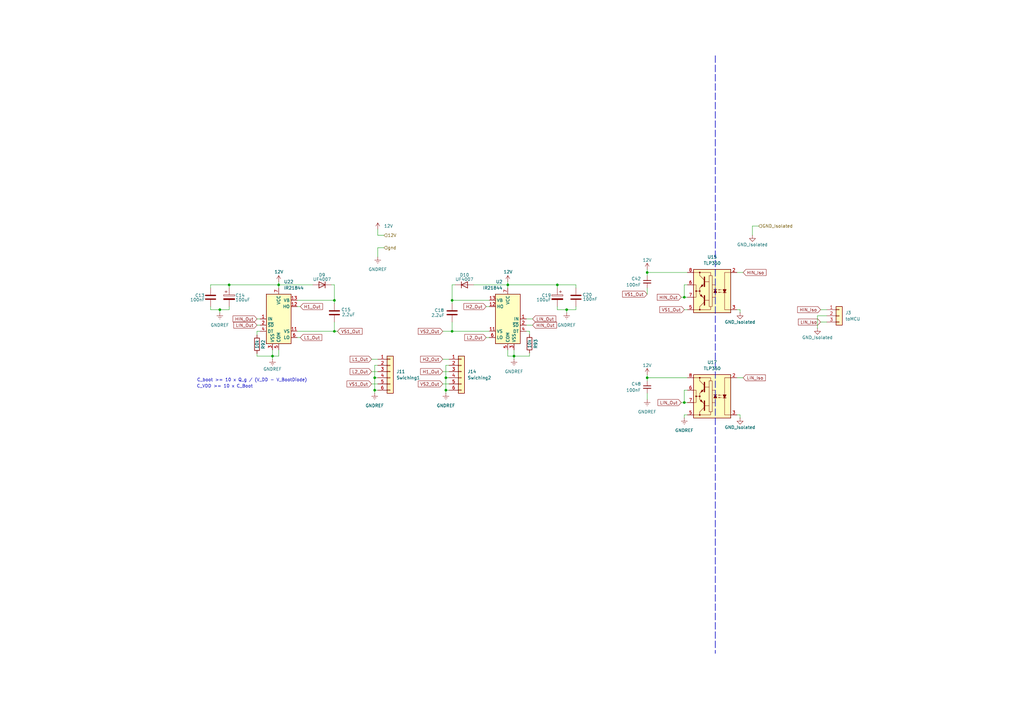
<source format=kicad_sch>
(kicad_sch (version 20250114) (generator "eeschema") (generator_version "9.0")
  (paper "A3")
  (lib_symbols
    (symbol "Connector_Generic:Conn_01x03" (pin_names (offset 1.016) (hide yes))
      (property "Reference" "J" (at 0 5.08 0))
      (property "Value" "Conn_01x03" (at 0 -5.08 0))
      (symbol "Conn_01x03_1_1"
        (rectangle (start -1.27 3.81) (end 1.27 -3.81) (stroke (width 0.254)) (fill (type background)))
        (rectangle (start -1.27 2.667) (end 0 2.413) (stroke (width 0.1524)))
        (rectangle (start -1.27 0.127) (end 0 -0.127) (stroke (width 0.1524)))
        (rectangle (start -1.27 -2.413) (end 0 -2.667) (stroke (width 0.1524)))
        (pin passive line (at -5.08 2.54 0) (length 3.81) (name "Pin_1") (number "1"))
        (pin passive line (at -5.08 0 0) (length 3.81) (name "Pin_2") (number "2"))
        (pin passive line (at -5.08 -2.54 0) (length 3.81) (name "Pin_3") (number "3"))
      )
    )
    (symbol "Connector_Generic:Conn_01x06" (pin_names (offset 1.016) (hide yes))
      (property "Reference" "J" (at 0 7.62 0))
      (property "Value" "Conn_01x06" (at 0 -10.16 0))
      (symbol "Conn_01x06_1_1"
        (rectangle (start -1.27 6.35) (end 1.27 -8.89) (stroke (width 0.254)) (fill (type background)))
        (rectangle (start -1.27 5.207) (end 0 4.953) (stroke (width 0.1524)))
        (rectangle (start -1.27 2.667) (end 0 2.413) (stroke (width 0.1524)))
        (rectangle (start -1.27 0.127) (end 0 -0.127) (stroke (width 0.1524)))
        (rectangle (start -1.27 -2.413) (end 0 -2.667) (stroke (width 0.1524)))
        (rectangle (start -1.27 -4.953) (end 0 -5.207) (stroke (width 0.1524)))
        (rectangle (start -1.27 -7.493) (end 0 -7.747) (stroke (width 0.1524)))
        (pin passive line (at -5.08 5.08 0) (length 3.81) (name "Pin_1") (number "1"))
        (pin passive line (at -5.08 2.54 0) (length 3.81) (name "Pin_2") (number "2"))
        (pin passive line (at -5.08 0 0) (length 3.81) (name "Pin_3") (number "3"))
        (pin passive line (at -5.08 -2.54 0) (length 3.81) (name "Pin_4") (number "4"))
        (pin passive line (at -5.08 -5.08 0) (length 3.81) (name "Pin_5") (number "5"))
        (pin passive line (at -5.08 -7.62 0) (length 3.81) (name "Pin_6") (number "6"))
      )
    )
    (symbol "Device:C" (pin_numbers (hide yes)) (pin_names (offset 0.254))
      (property "Reference" "C" (at 0.635 2.54 0))
      (property "Value" "C" (at 0.635 -2.54 0))
      (symbol "C_0_1"
        (polyline (pts (xy -2.032 0.762) (xy 2.032 0.762)) (stroke (width 0.508)))
        (polyline (pts (xy -2.032 -0.762) (xy 2.032 -0.762)) (stroke (width 0.508)))
      )
      (symbol "C_1_1"
        (pin passive line (at 0 3.81 270) (length 2.794) (name "~") (number "1"))
        (pin passive line (at 0 -3.81 90) (length 2.794) (name "~") (number "2"))
      )
    )
    (symbol "Device:C_Polarized" (pin_numbers (hide yes)) (pin_names (offset 0.254))
      (property "Reference" "C" (at 0.635 2.54 0))
      (property "Value" "C_Polarized" (at 0.635 -2.54 0))
      (symbol "C_Polarized_0_1"
        (rectangle (start -2.286 0.508) (end 2.286 1.016))
        (polyline (pts (xy -1.778 2.286) (xy -0.762 2.286)))
        (polyline (pts (xy -1.27 2.794) (xy -1.27 1.778)))
        (rectangle (start 2.286 -0.508) (end -2.286 -1.016) (fill (type outline)))
      )
      (symbol "C_Polarized_1_1"
        (pin passive line (at 0 3.81 270) (length 2.794) (name "~") (number "1"))
        (pin passive line (at 0 -3.81 90) (length 2.794) (name "~") (number "2"))
      )
    )
    (symbol "Device:C_Small" (pin_numbers (hide yes)) (pin_names (offset 0.254) (hide yes))
      (property "Reference" "C" (at 0.254 1.778 0))
      (property "Value" "C_Small" (at 0.254 -2.032 0))
      (symbol "C_Small_0_1"
        (polyline (pts (xy -1.524 0.508) (xy 1.524 0.508)) (stroke (width 0.3048)))
        (polyline (pts (xy -1.524 -0.508) (xy 1.524 -0.508)) (stroke (width 0.3302)))
      )
      (symbol "C_Small_1_1"
        (pin passive line (at 0 2.54 270) (length 2.032) (name "~") (number "1"))
        (pin passive line (at 0 -2.54 90) (length 2.032) (name "~") (number "2"))
      )
    )
    (symbol "Device:D" (pin_numbers (hide yes)) (pin_names (offset 1.016) (hide yes))
      (property "Reference" "D" (at 0 2.54 0))
      (property "Value" "D" (at 0 -2.54 0))
      (symbol "D_0_1"
        (polyline (pts (xy -1.27 1.27) (xy -1.27 -1.27)) (stroke (width 0.254)))
        (polyline (pts (xy 1.27 1.27) (xy 1.27 -1.27) (xy -1.27 0) (xy 1.27 1.27)) (stroke (width 0.254)))
        (polyline (pts (xy 1.27 0) (xy -1.27 0)))
      )
      (symbol "D_1_1"
        (pin passive line (at -3.81 0 0) (length 2.54) (name "K") (number "1"))
        (pin passive line (at 3.81 0 180) (length 2.54) (name "A") (number "2"))
      )
    )
    (symbol "Device:R" (pin_numbers (hide yes)) (pin_names (offset 0))
      (property "Reference" "R" (at 2.032 0 90))
      (property "Value" "R" (at 0 0 90))
      (symbol "R_0_1"
        (rectangle (start -1.016 -2.54) (end 1.016 2.54) (stroke (width 0.254)))
      )
      (symbol "R_1_1"
        (pin passive line (at 0 3.81 270) (length 1.27) (name "~") (number "1"))
        (pin passive line (at 0 -3.81 90) (length 1.27) (name "~") (number "2"))
      )
    )
    (symbol "Driver_FET:IR21844"
      (property "Reference" "U" (at 1.27 13.97 0))
      (property "Value" "IR21844" (at 1.27 11.43 0))
      (symbol "IR21844_0_1"
        (rectangle (start -5.08 -10.16) (end 5.08 10.16) (stroke (width 0.254)) (fill (type background)))
      )
      (symbol "IR21844_1_1"
        (pin input line (at -7.62 0 0) (length 2.54) (name "IN") (number "1"))
        (pin input line (at -7.62 -2.54 0) (length 2.54) (name "~{SD}") (number "2"))
        (pin input line (at -7.62 -5.08 0) (length 2.54) (name "DT") (number "4"))
        (pin no_connect line (at -5.08 7.62 0) (length 2.54) (hide yes) (name "NC") (number "8"))
        (pin no_connect line (at -5.08 5.08 0) (length 2.54) (hide yes) (name "NC") (number "9"))
        (pin no_connect line (at -5.08 2.54 0) (length 2.54) (hide yes) (name "NC") (number "10"))
        (pin power_in line (at -2.54 -12.7 90) (length 2.54) (name "VSS") (number "3"))
        (pin power_in line (at 0 12.7 270) (length 2.54) (name "VCC") (number "7"))
        (pin power_in line (at 0 -12.7 90) (length 2.54) (name "COM") (number "5"))
        (pin no_connect line (at 5.08 2.54 180) (length 2.54) (hide yes) (name "NC") (number "14"))
        (pin passive line (at 7.62 7.62 180) (length 2.54) (name "VB") (number "13"))
        (pin output line (at 7.62 5.08 180) (length 2.54) (name "HO") (number "12"))
        (pin passive line (at 7.62 -5.08 180) (length 2.54) (name "VS") (number "11"))
        (pin output line (at 7.62 -7.62 180) (length 2.54) (name "LO") (number "6"))
      )
    )
    (symbol "Driver_FET:TLP250" (pin_names (hide yes))
      (property "Reference" "U" (at 0 12.7 0))
      (property "Value" "TLP250" (at 0 10.16 0))
      (symbol "TLP250_0_1"
        (rectangle (start -7.62 8.89) (end 7.62 -8.89) (stroke (width 0.254)) (fill (type background)))
        (polyline (pts (xy -7.62 7.62) (xy -5.08 7.62) (xy -5.08 -7.62) (xy -7.62 -7.62)))
        (polyline (pts (xy -5.715 -0.635) (xy -4.445 -0.635)) (stroke (width 0.254)))
        (polyline (pts (xy -5.08 -0.635) (xy -5.715 0.635) (xy -4.445 0.635) (xy -5.08 -0.635)) (stroke (width 0.254)) (fill (type outline)))
        (polyline (pts (xy -3.81 0.508) (xy -2.54 0.508) (xy -2.921 0.381) (xy -2.921 0.635) (xy -2.54 0.508)))
        (polyline (pts (xy -3.81 -0.508) (xy -2.54 -0.508) (xy -2.921 -0.635) (xy -2.921 -0.381) (xy -2.54 -0.508)))
        (polyline (pts (xy -1.27 0.635) (xy -1.27 2.54) (xy 0 2.54)))
        (polyline (pts (xy -1.27 0.635) (xy -0.635 -0.635) (xy -1.905 -0.635) (xy -1.27 0.635)) (stroke (width 0.254)) (fill (type outline)))
        (polyline (pts (xy -1.27 -0.635) (xy -1.27 -2.54) (xy 0 -2.54)))
        (polyline (pts (xy -0.635 0.635) (xy -1.905 0.635)) (stroke (width 0.254)))
        (rectangle (start 0.635 6.35) (end 0.635 7.62))
        (rectangle (start 0.635 6.35) (end 0.635 6.35))
        (polyline (pts (xy 0.635 -6.35) (xy 0.635 -7.62) (xy 7.62 -7.62)))
        (polyline (pts (xy 1.27 6.35) (xy 1.27 -6.35) (xy 0 -6.35) (xy 0 6.35) (xy 1.27 6.35)))
        (polyline (pts (xy 3.048 3.81) (xy 1.27 3.81)))
        (polyline (pts (xy 3.048 -3.81) (xy 1.27 -3.81)))
        (polyline (pts (xy 3.175 5.715) (xy 3.175 1.905) (xy 3.175 1.905)) (stroke (width 0.508)))
        (polyline (pts (xy 3.175 4.445) (xy 5.08 6.35)))
        (polyline (pts (xy 3.175 -4.445) (xy 5.08 -6.35)))
        (polyline (pts (xy 3.175 -5.715) (xy 3.175 -1.905) (xy 3.175 -1.905)) (stroke (width 0.508)))
        (polyline (pts (xy 3.683 2.159) (xy 4.191 2.667) (xy 4.699 1.651) (xy 3.683 2.159) (xy 3.683 2.159)) (fill (type outline)))
        (polyline (pts (xy 4.953 -1.905) (xy 4.445 -1.397) (xy 3.937 -2.413) (xy 4.953 -1.905) (xy 4.953 -1.905)) (fill (type outline)))
        (circle (center 5.08 7.62) (radius 0.254) (fill (type outline)))
        (polyline (pts (xy 5.08 6.35) (xy 5.08 7.62)))
        (polyline (pts (xy 5.08 1.27) (xy 3.175 3.175)) (fill (type outline)))
        (rectangle (start 5.08 1.27) (end 5.08 -1.27))
        (polyline (pts (xy 5.08 0) (xy 6.604 0)))
        (circle (center 5.08 0) (radius 0.254) (fill (type outline)))
        (polyline (pts (xy 5.08 -1.27) (xy 3.175 -3.175)) (fill (type outline)))
        (polyline (pts (xy 5.08 -6.35) (xy 5.08 -7.62)))
        (circle (center 5.08 -7.62) (radius 0.254) (fill (type outline)))
        (circle (center 6.604 0) (radius 0.254) (fill (type outline)))
        (polyline (pts (xy 7.62 7.62) (xy 0.635 7.62)))
        (polyline (pts (xy 7.62 2.54) (xy 6.604 2.54) (xy 6.604 -2.54) (xy 7.62 -2.54)))
      )
      (symbol "TLP250_1_1"
        (pin passive line (at -10.16 7.62 0) (length 2.54) (name "A") (number "2"))
        (pin passive line (at -10.16 -7.62 0) (length 2.54) (name "C") (number "3"))
        (pin no_connect line (at -7.62 2.54 0) (length 2.54) (hide yes) (name "NC") (number "1"))
        (pin no_connect line (at -7.62 -2.54 0) (length 2.54) (hide yes) (name "NC") (number "4"))
        (pin power_in line (at 10.16 7.62 180) (length 2.54) (name "VCC") (number "8"))
        (pin output line (at 10.16 2.54 180) (length 2.54) (name "VO") (number "6"))
        (pin output line (at 10.16 -2.54 180) (length 2.54) (name "VO") (number "7"))
        (pin power_in line (at 10.16 -7.62 180) (length 2.54) (name "VEE") (number "5"))
      )
    )
    (symbol "power:+12V" (power) (pin_numbers (hide yes)) (pin_names (offset 0) (hide yes))
      (property "Value" "+12V" (at 0 3.556 0))
      (symbol "+12V_0_1"
        (polyline (pts (xy -0.762 1.27) (xy 0 2.54)))
        (polyline (pts (xy 0 2.54) (xy 0.762 1.27)))
        (polyline (pts (xy 0 0) (xy 0 2.54)))
      )
      (symbol "+12V_1_1"
        (pin power_in line (at 0 0 90) (length 0) (name "~") (number "1"))
      )
    )
    (symbol "power:+48V" (power) (pin_numbers (hide yes)) (pin_names (offset 0) (hide yes))
      (property "Value" "+48V" (at 0 3.556 0))
      (symbol "+48V_0_1"
        (polyline (pts (xy -0.762 1.27) (xy 0 2.54)))
        (polyline (pts (xy 0 2.54) (xy 0.762 1.27)))
        (polyline (pts (xy 0 0) (xy 0 2.54)))
      )
      (symbol "+48V_1_1"
        (pin power_in line (at 0 0 90) (length 0) (name "~") (number "1"))
      )
    )
    (symbol "power:GND" (power) (pin_numbers (hide yes)) (pin_names (offset 0) (hide yes))
      (property "Value" "GND" (at 0 -3.81 0))
      (symbol "GND_0_1"
        (polyline (pts (xy 0 0) (xy 0 -1.27) (xy 1.27 -1.27) (xy 0 -2.54) (xy -1.27 -1.27) (xy 0 -1.27)))
      )
      (symbol "GND_1_1"
        (pin power_in line (at 0 0 270) (length 0) (name "~") (number "1"))
      )
    )
    (symbol "power:GNDREF" (power) (pin_numbers (hide yes)) (pin_names (offset 0) (hide yes))
      (property "Value" "GNDREF" (at 0 -3.81 0))
      (symbol "GNDREF_0_1"
        (polyline (pts (xy -0.635 -1.905) (xy 0.635 -1.905)))
        (polyline (pts (xy -0.127 -2.54) (xy 0.127 -2.54)))
        (polyline (pts (xy 0 -1.27) (xy 0 0)))
        (polyline (pts (xy 1.27 -1.27) (xy -1.27 -1.27)))
      )
      (symbol "GNDREF_1_1"
        (pin power_in line (at 0 0 270) (length 0) (name "~") (number "1"))
      )
    )
  )
  (text "C_VDD >= 10 x C_Boot" (at 92.202 158.496 0) (effects (font (size 1.27 1.27) (thickness 0.1588))))
  (text "C_boot >= 10 x Q_g / (V_DD - V_BootDiode)" (at 103.378 155.956 0) (effects (font (size 1.27 1.27) (thickness 0.1588))))
  (junction (at 228.6 116.84))
  (junction (at 185.42 135.89))
  (junction (at 137.16 135.89))
  (junction (at 182.88 160.02))
  (junction (at 280.67 165.1))
  (junction (at 153.67 154.94))
  (junction (at 182.88 154.94))
  (junction (at 90.17 127))
  (junction (at 137.16 123.19))
  (junction (at 265.43 111.76))
  (junction (at 280.67 121.92))
  (junction (at 185.42 123.19))
  (junction (at 111.76 146.05))
  (junction (at 114.3 116.84))
  (junction (at 208.28 116.84))
  (junction (at 93.98 116.84))
  (junction (at 265.43 154.94))
  (junction (at 210.82 146.05))
  (junction (at 153.67 160.02))
  (junction (at 232.41 127))
  (wire (pts (xy 152.4 147.32) (xy 154.94 147.32)))
  (wire (pts (xy 311.15 92.71) (xy 308.61 92.71)))
  (wire (pts (xy 86.36 116.84) (xy 86.36 118.11)))
  (wire (pts (xy 218.44 133.35) (xy 215.9 133.35)))
  (wire (pts (xy 208.28 116.84) (xy 208.28 118.11)))
  (wire (pts (xy 280.67 160.02) (xy 280.67 165.1)))
  (wire (pts (xy 114.3 115.57) (xy 114.3 116.84)))
  (wire (pts (xy 93.98 116.84) (xy 114.3 116.84)))
  (wire (pts (xy 154.94 96.52) (xy 157.48 96.52)))
  (wire (pts (xy 280.67 170.18) (xy 280.67 171.45)))
  (wire (pts (xy 194.31 116.84) (xy 208.28 116.84)))
  (wire (pts (xy 182.88 161.29) (xy 182.88 160.02)))
  (wire (pts (xy 303.53 127) (xy 303.53 128.27)))
  (wire (pts (xy 137.16 123.19) (xy 137.16 116.84)))
  (wire (pts (xy 153.67 154.94) (xy 154.94 154.94)))
  (wire (pts (xy 265.43 118.11) (xy 265.43 120.65)))
  (wire (pts (xy 210.82 146.05) (xy 210.82 147.32)))
  (wire (pts (xy 280.67 116.84) (xy 280.67 121.92)))
  (wire (pts (xy 339.09 127) (xy 336.55 127)))
  (wire (pts (xy 182.88 154.94) (xy 182.88 149.86)))
  (wire (pts (xy 281.94 121.92) (xy 280.67 121.92)))
  (wire (pts (xy 182.88 149.86) (xy 184.15 149.86)))
  (wire (pts (xy 114.3 116.84) (xy 114.3 118.11)))
  (wire (pts (xy 339.09 132.08) (xy 336.55 132.08)))
  (wire (pts (xy 208.28 116.84) (xy 228.6 116.84)))
  (wire (pts (xy 114.3 146.05) (xy 111.76 146.05)))
  (wire (pts (xy 199.39 125.73) (xy 200.66 125.73)))
  (wire (pts (xy 105.41 146.05) (xy 111.76 146.05)))
  (wire (pts (xy 86.36 125.73) (xy 86.36 127)))
  (wire (pts (xy 137.16 123.19) (xy 137.16 124.46)))
  (wire (pts (xy 265.43 113.03) (xy 265.43 111.76)))
  (wire (pts (xy 105.41 135.89) (xy 105.41 137.395)))
  (wire (pts (xy 86.36 116.84) (xy 93.98 116.84)))
  (wire (pts (xy 93.98 116.84) (xy 93.98 118.11)))
  (wire (pts (xy 265.43 153.67) (xy 265.43 154.94)))
  (wire (pts (xy 308.61 92.71) (xy 308.61 96.52)))
  (wire (pts (xy 236.22 125.73) (xy 236.22 127)))
  (wire (pts (xy 217.17 144.78) (xy 217.17 146.05)))
  (wire (pts (xy 181.61 157.48) (xy 184.15 157.48)))
  (wire (pts (xy 265.43 110.49) (xy 265.43 111.76)))
  (wire (pts (xy 153.67 160.02) (xy 153.67 154.94)))
  (wire (pts (xy 210.82 146.05) (xy 210.82 143.51)))
  (wire (pts (xy 181.61 135.89) (xy 185.42 135.89)))
  (wire (pts (xy 111.76 146.05) (xy 111.76 143.51)))
  (wire (pts (xy 106.68 135.89) (xy 105.41 135.89)))
  (wire (pts (xy 236.22 127) (xy 232.41 127)))
  (wire (pts (xy 339.09 129.54) (xy 335.28 129.54)))
  (wire (pts (xy 123.19 138.43) (xy 121.92 138.43)))
  (wire (pts (xy 181.61 147.32) (xy 184.15 147.32)))
  (wire (pts (xy 111.76 146.05) (xy 111.76 147.32)))
  (wire (pts (xy 232.41 127) (xy 232.41 128.27)))
  (wire (pts (xy 185.42 116.84) (xy 185.42 123.19)))
  (wire (pts (xy 105.41 130.81) (xy 106.68 130.81)))
  (wire (pts (xy 217.17 135.89) (xy 217.17 137.16)))
  (wire (pts (xy 135.89 116.84) (xy 137.16 116.84)))
  (wire (pts (xy 335.28 129.54) (xy 335.28 134.62)))
  (wire (pts (xy 265.43 161.29) (xy 265.43 163.83)))
  (wire (pts (xy 114.3 116.84) (xy 128.27 116.84)))
  (wire (pts (xy 154.94 105.41) (xy 154.94 101.6)))
  (wire (pts (xy 218.44 130.81) (xy 215.9 130.81)))
  (wire (pts (xy 153.67 160.02) (xy 154.94 160.02)))
  (wire (pts (xy 303.53 127) (xy 302.26 127)))
  (wire (pts (xy 280.67 165.1) (xy 279.4 165.1)))
  (wire (pts (xy 114.3 143.51) (xy 114.3 146.05)))
  (wire (pts (xy 105.41 145.015) (xy 105.41 146.05)))
  (wire (pts (xy 182.88 160.02) (xy 184.15 160.02)))
  (wire (pts (xy 93.98 127) (xy 90.17 127)))
  (wire (pts (xy 90.17 128.27) (xy 90.17 127)))
  (wire (pts (xy 281.94 160.02) (xy 280.67 160.02)))
  (wire (pts (xy 208.28 143.51) (xy 208.28 146.05)))
  (wire (pts (xy 265.43 154.94) (xy 281.94 154.94)))
  (wire (pts (xy 217.17 146.05) (xy 210.82 146.05)))
  (wire (pts (xy 265.43 156.21) (xy 265.43 154.94)))
  (wire (pts (xy 281.94 165.1) (xy 280.67 165.1)))
  (wire (pts (xy 121.92 123.19) (xy 137.16 123.19)))
  (wire (pts (xy 228.6 118.11) (xy 228.6 116.84)))
  (wire (pts (xy 199.39 138.43) (xy 200.66 138.43)))
  (wire (pts (xy 185.42 135.89) (xy 200.66 135.89)))
  (wire (pts (xy 93.98 125.73) (xy 93.98 127)))
  (wire (pts (xy 185.42 132.08) (xy 185.42 135.89)))
  (polyline (pts (xy 293.37 22.86) (xy 293.37 267.97)) (stroke (width 0.254) (type dash)))
  (wire (pts (xy 121.92 125.73) (xy 123.19 125.73)))
  (wire (pts (xy 181.61 152.4) (xy 184.15 152.4)))
  (wire (pts (xy 182.88 160.02) (xy 182.88 154.94)))
  (wire (pts (xy 105.41 133.35) (xy 106.68 133.35)))
  (wire (pts (xy 303.53 170.18) (xy 303.53 171.45)))
  (wire (pts (xy 185.42 123.19) (xy 200.66 123.19)))
  (wire (pts (xy 152.4 157.48) (xy 154.94 157.48)))
  (wire (pts (xy 153.67 149.86) (xy 154.94 149.86)))
  (wire (pts (xy 281.94 116.84) (xy 280.67 116.84)))
  (wire (pts (xy 153.67 161.29) (xy 153.67 160.02)))
  (wire (pts (xy 154.94 101.6) (xy 157.48 101.6)))
  (wire (pts (xy 152.4 152.4) (xy 154.94 152.4)))
  (wire (pts (xy 208.28 146.05) (xy 210.82 146.05)))
  (wire (pts (xy 153.67 154.94) (xy 153.67 149.86)))
  (wire (pts (xy 185.42 123.19) (xy 185.42 124.46)))
  (wire (pts (xy 208.28 115.57) (xy 208.28 116.84)))
  (wire (pts (xy 236.22 116.84) (xy 236.22 118.11)))
  (wire (pts (xy 265.43 111.76) (xy 281.94 111.76)))
  (wire (pts (xy 86.36 127) (xy 90.17 127)))
  (wire (pts (xy 154.94 93.98) (xy 154.94 96.52)))
  (wire (pts (xy 137.16 135.89) (xy 138.43 135.89)))
  (wire (pts (xy 280.67 121.92) (xy 279.4 121.92)))
  (wire (pts (xy 303.53 170.18) (xy 302.26 170.18)))
  (wire (pts (xy 215.9 135.89) (xy 217.17 135.89)))
  (wire (pts (xy 228.6 125.73) (xy 228.6 127)))
  (wire (pts (xy 228.6 127) (xy 232.41 127)))
  (wire (pts (xy 304.8 111.76) (xy 302.26 111.76)))
  (wire (pts (xy 304.8 154.94) (xy 302.26 154.94)))
  (wire (pts (xy 228.6 116.84) (xy 236.22 116.84)))
  (wire (pts (xy 182.88 154.94) (xy 184.15 154.94)))
  (wire (pts (xy 281.94 170.18) (xy 280.67 170.18)))
  (wire (pts (xy 137.16 132.08) (xy 137.16 135.89)))
  (wire (pts (xy 121.92 135.89) (xy 137.16 135.89)))
  (wire (pts (xy 186.69 116.84) (xy 185.42 116.84)))
  (wire (pts (xy 281.94 127) (xy 280.67 127)))
  (global_label "L2_Out" (shape input) (at 152.4 152.4 180) (property "Intersheetrefs" "${INTERSHEET_REFS}" (effects (hide yes))))
  (global_label "VS1_Out" (shape input) (at 138.43 135.89 0) (property "Intersheetrefs" "${INTERSHEET_REFS}" (effects (hide yes))))
  (global_label "VS2_Out" (shape input) (at 181.61 135.89 180) (property "Intersheetrefs" "${INTERSHEET_REFS}" (effects (hide yes))))
  (global_label "HIN_Iso" (shape input) (at 304.8 111.76 0) (property "Intersheetrefs" "${INTERSHEET_REFS}" (effects (hide yes))))
  (global_label "HIN_Out" (shape input) (at 218.44 133.35 0) (property "Intersheetrefs" "${INTERSHEET_REFS}" (effects (hide yes))))
  (global_label "VS2_Out" (shape input) (at 181.61 157.48 180) (property "Intersheetrefs" "${INTERSHEET_REFS}" (effects (hide yes))))
  (global_label "L2_Out" (shape input) (at 199.39 138.43 180) (property "Intersheetrefs" "${INTERSHEET_REFS}" (effects (hide yes))))
  (global_label "LIN_Iso" (shape input) (at 336.55 132.08 180) (property "Intersheetrefs" "${INTERSHEET_REFS}" (effects (hide yes))))
  (global_label "LIN_Out" (shape input) (at 105.41 133.35 180) (property "Intersheetrefs" "${INTERSHEET_REFS}" (effects (hide yes))))
  (global_label "H1_Out" (shape input) (at 123.19 125.73 0) (property "Intersheetrefs" "${INTERSHEET_REFS}" (effects (hide yes))))
  (global_label "LIN_Iso" (shape input) (at 304.8 154.94 0) (property "Intersheetrefs" "${INTERSHEET_REFS}" (effects (hide yes))))
  (global_label "L1_Out" (shape input) (at 152.4 147.32 180) (property "Intersheetrefs" "${INTERSHEET_REFS}" (effects (hide yes))))
  (global_label "L1_Out" (shape input) (at 123.19 138.43 0) (property "Intersheetrefs" "${INTERSHEET_REFS}" (effects (hide yes))))
  (global_label "H2_Out" (shape input) (at 181.61 147.32 180) (property "Intersheetrefs" "${INTERSHEET_REFS}" (effects (hide yes))))
  (global_label "LIN_Out" (shape input) (at 218.44 130.81 0) (property "Intersheetrefs" "${INTERSHEET_REFS}" (effects (hide yes))))
  (global_label "HIN_Iso" (shape input) (at 336.55 127 180) (property "Intersheetrefs" "${INTERSHEET_REFS}" (effects (hide yes))))
  (global_label "H1_Out" (shape input) (at 181.61 152.4 180) (property "Intersheetrefs" "${INTERSHEET_REFS}" (effects (hide yes))))
  (global_label "VS1_Out" (shape input) (at 152.4 157.48 180) (property "Intersheetrefs" "${INTERSHEET_REFS}" (effects (hide yes))))
  (global_label "HIN_Out" (shape input) (at 105.41 130.81 180) (property "Intersheetrefs" "${INTERSHEET_REFS}" (effects (hide yes))))
  (global_label "VS1_Out" (shape input) (at 280.67 127 180) (property "Intersheetrefs" "${INTERSHEET_REFS}" (effects (hide yes))))
  (global_label "LIN_Out" (shape input) (at 279.4 165.1 180) (property "Intersheetrefs" "${INTERSHEET_REFS}" (effects (hide yes))))
  (global_label "VS1_Out" (shape input) (at 265.43 120.65 180) (property "Intersheetrefs" "${INTERSHEET_REFS}" (effects (hide yes))))
  (global_label "HIN_Out" (shape input) (at 279.4 121.92 180) (property "Intersheetrefs" "${INTERSHEET_REFS}" (effects (hide yes))))
  (global_label "H2_Out" (shape input) (at 199.39 125.73 180) (property "Intersheetrefs" "${INTERSHEET_REFS}" (effects (hide yes))))
  (hierarchical_label "12V" (shape input) (at 157.48 96.52 0))
  (hierarchical_label "GND_Isolated" (shape input) (at 311.15 92.71 0))
  (hierarchical_label "gnd" (shape input) (at 157.48 101.6 0))
  (symbol (lib_id "power:GNDREF") (at 182.88 161.29 0) (unit 1)
    (property "Reference" "#PWR030" (effects (hide yes)))
    (property "Value" "GNDREF" (at 182.88 166.37 0))
    (property "Description" "Power symbol creates a global label with name \"GNDREF\" , reference supply ground" (effects (hide yes)))
  )
  (symbol (lib_id "power:GND") (at 335.28 134.62 0) (mirror y) (unit 1)
    (property "Reference" "#PWR0151" (effects (hide yes)))
    (property "Value" "GND_Isolated" (at 335.28 138.43 0))
    (property "Description" "Power symbol creates a global label with name \"GND\" , ground" (effects (hide yes)))
  )
  (symbol (lib_id "Driver_FET:TLP250") (at 292.1 162.56 0) (mirror y) (unit 1)
    (property "Reference" "U17" (at 292.1 148.59 0))
    (property "Value" "TLP350" (at 292.1 151.13 0))
    (property "Footprint" "Package_SO:SOP-8_3.76x4.96mm_P1.27mm" (effects (hide yes)))
    (property "Datasheet" "http://toshiba.semicon-storage.com/info/docget.jsp?did=16821&prodName=TLP250" (effects (hide yes)))
    (property "Description" "Gate Drive Optocoupler, Output Current 1.5/1.5A, DIP-8" (effects (hide yes)))
  )
  (symbol (lib_id "Device:C") (at 137.16 128.27 0) (unit 1)
    (property "Reference" "C15" (at 139.954 127 0) (effects (justify left)))
    (property "Value" "2.2uF" (at 140.208 129.032 0) (effects (justify left)))
    (property "Footprint" "Capacitor_SMD:C_1206_3216Metric" (effects (hide yes)))
    (property "Description" "Unpolarized capacitor" (effects (hide yes)))
  )
  (symbol (lib_id "power:GNDREF") (at 280.67 171.45 0) (mirror y) (unit 1)
    (property "Reference" "#PWR016" (effects (hide yes)))
    (property "Value" "GNDREF" (at 280.67 176.53 0))
    (property "Description" "Power symbol creates a global label with name \"GNDREF\" , reference supply ground" (effects (hide yes)))
  )
  (symbol (lib_id "power:GNDREF") (at 265.43 163.83 0) (mirror y) (unit 1)
    (property "Reference" "#PWR0130" (effects (hide yes)))
    (property "Value" "GNDREF" (at 265.43 168.91 0))
    (property "Description" "Power symbol creates a global label with name \"GNDREF\" , reference supply ground" (effects (hide yes)))
  )
  (symbol (lib_id "Device:D") (at 132.08 116.84 180) (unit 1)
    (property "Reference" "D9" (at 132.08 112.776 0))
    (property "Value" "UF4007" (at 132.08 114.554 0))
    (property "Footprint" "Diode_SMD:D_SMA" (effects (hide yes)))
    (property "Description" "Diode" (effects (hide yes)))
    (property "Sim.Device" "D" (effects (hide yes)))
    (property "Sim.Pins" "1=K 2=A" (effects (hide yes)))
  )
  (symbol (lib_id "Connector_Generic:Conn_01x06") (at 160.02 152.4 0) (unit 1)
    (property "Reference" "J11" (at 162.56 152.3999 0) (effects (justify left)))
    (property "Value" "Swiching1" (at 162.56 154.9399 0) (effects (justify left)))
    (property "Footprint" "Connector_Molex:Molex_Mini-Fit_Jr_5566-06A_2x03_P4.20mm_Vertical" (effects (hide yes)))
    (property "Description" "Generic connector, single row, 01x06, script generated (kicad-library-utils/schlib/autogen/connector/)" (effects (hide yes)))
  )
  (symbol (lib_id "power:GND") (at 308.61 96.52 0) (unit 1)
    (property "Reference" "#PWR026" (effects (hide yes)))
    (property "Value" "GND_Isolated" (at 308.61 100.33 0))
    (property "Description" "Power symbol creates a global label with name \"GND\" , ground" (effects (hide yes)))
  )
  (symbol (lib_id "power:+48V") (at 154.94 93.98 0) (unit 1)
    (property "Reference" "#PWR023" (effects (hide yes)))
    (property "Value" "12V" (at 157.48 92.7099 0) (effects (justify left)))
    (property "Description" "Power symbol creates a global label with name \"+48V\"" (effects (hide yes)))
  )
  (symbol (lib_id "Device:C_Polarized") (at 93.98 121.92 0) (unit 1)
    (property "Reference" "C14" (at 96.52 121.158 0) (effects (justify left)))
    (property "Value" "100uF" (at 96.52 122.936 0) (effects (justify left)))
    (property "Footprint" "Capacitor_SMD:CP_Elec_8x10" (effects (hide yes)))
    (property "Description" "Polarized capacitor" (effects (hide yes)))
  )
  (symbol (lib_id "power:+12V") (at 114.3 115.57 0) (unit 1)
    (property "Reference" "#PWR022" (effects (hide yes)))
    (property "Value" "12V" (at 112.522 111.506 0) (effects (justify left)))
    (property "Description" "Power symbol creates a global label with name \"+12V\"" (effects (hide yes)))
  )
  (symbol (lib_id "power:GNDREF") (at 210.82 147.32 0) (unit 1)
    (property "Reference" "#PWR021" (effects (hide yes)))
    (property "Value" "GNDREF" (at 210.82 152.4 0))
    (property "Description" "Power symbol creates a global label with name \"GNDREF\" , reference supply ground" (effects (hide yes)))
  )
  (symbol (lib_id "Device:C_Small") (at 265.43 115.57 0) (mirror y) (unit 1)
    (property "Reference" "C42" (at 262.89 114.3062 0) (effects (justify left)))
    (property "Value" "100nF" (at 262.89 116.8462 0) (effects (justify left)))
    (property "Footprint" "Capacitor_SMD:C_0805_2012Metric" (effects (hide yes)))
  )
  (symbol (lib_id "Connector_Generic:Conn_01x06") (at 189.23 152.4 0) (unit 1)
    (property "Reference" "J14" (at 191.77 152.3999 0) (effects (justify left)))
    (property "Value" "Swiching2" (at 191.77 154.9399 0) (effects (justify left)))
    (property "Footprint" "Connector_Molex:Molex_Mini-Fit_Jr_5566-06A_2x03_P4.20mm_Vertical" (effects (hide yes)))
    (property "Description" "Generic connector, single row, 01x06, script generated (kicad-library-utils/schlib/autogen/connector/)" (effects (hide yes)))
  )
  (symbol (lib_id "power:GND") (at 303.53 171.45 0) (mirror y) (unit 1)
    (property "Reference" "#PWR031" (effects (hide yes)))
    (property "Value" "GND_Isolated" (at 303.53 175.26 0))
    (property "Description" "Power symbol creates a global label with name \"GND\" , ground" (effects (hide yes)))
  )
  (symbol (lib_id "power:GNDREF") (at 90.17 128.27 0) (unit 1)
    (property "Reference" "#PWR0139" (effects (hide yes)))
    (property "Value" "GNDREF" (at 90.17 133.35 0))
    (property "Description" "Power symbol creates a global label with name \"GNDREF\" , reference supply ground" (effects (hide yes)))
  )
  (symbol (lib_id "Driver_FET:IR21844") (at 208.28 130.81 0) (mirror y) (unit 1)
    (property "Reference" "U2" (at 206.1367 115.57 0) (effects (justify left)))
    (property "Value" "IR21844" (at 206.1367 118.11 0) (effects (justify left)))
    (property "Footprint" "Package_SO:SOIC-14_3.9x8.7mm_P1.27mm" (effects (hide yes)))
    (property "Datasheet" "https://www.infineon.com/dgdl/ir2184.pdf?fileId=5546d462533600a4015355c955e616d4" (effects (hide yes)))
    (property "Description" "Half-Bridge Driver, 600V, 1.4/1.8A, PDIP-14/SOIC-14" (effects (hide yes)))
  )
  (symbol (lib_id "Device:C_Polarized") (at 228.6 121.92 0) (mirror y) (unit 1)
    (property "Reference" "C19" (at 226.06 121.158 0) (effects (justify left)))
    (property "Value" "100uF" (at 226.06 122.936 0) (effects (justify left)))
    (property "Footprint" "Capacitor_SMD:CP_Elec_8x10" (effects (hide yes)))
    (property "Description" "Polarized capacitor" (effects (hide yes)))
  )
  (symbol (lib_id "power:GNDREF") (at 111.76 147.32 0) (unit 1)
    (property "Reference" "#PWR020" (effects (hide yes)))
    (property "Value" "GNDREF" (at 111.76 151.384 0))
    (property "Description" "Power symbol creates a global label with name \"GNDREF\" , reference supply ground" (effects (hide yes)))
  )
  (symbol (lib_id "Driver_FET:TLP250") (at 292.1 119.38 0) (mirror y) (unit 1)
    (property "Reference" "U15" (at 292.1 105.41 0))
    (property "Value" "TLP350" (at 292.1 107.95 0))
    (property "Footprint" "Package_SO:SOP-8_3.76x4.96mm_P1.27mm" (effects (hide yes)))
    (property "Datasheet" "http://toshiba.semicon-storage.com/info/docget.jsp?did=16821&prodName=TLP250" (effects (hide yes)))
    (property "Description" "Gate Drive Optocoupler, Output Current 1.5/1.5A, DIP-8" (effects (hide yes)))
  )
  (symbol (lib_id "power:+12V") (at 208.28 115.57 0) (mirror y) (unit 1)
    (property "Reference" "#PWR027" (effects (hide yes)))
    (property "Value" "12V" (at 206.502 111.506 0) (effects (justify right)))
    (property "Description" "Power symbol creates a global label with name \"+12V\"" (effects (hide yes)))
  )
  (symbol (lib_id "power:+48V") (at 265.43 110.49 0) (mirror y) (unit 1)
    (property "Reference" "#PWR0128" (effects (hide yes)))
    (property "Value" "12V" (at 265.43 106.68 0))
    (property "Description" "Power symbol creates a global label with name \"+48V\"" (effects (hide yes)))
  )
  (symbol (lib_id "Device:C") (at 236.22 121.92 0) (mirror y) (unit 1)
    (property "Reference" "C20" (at 242.824 120.904 0) (effects (justify left)))
    (property "Value" "100nF" (at 245.11 122.682 0) (effects (justify left)))
    (property "Footprint" "Capacitor_SMD:C_1206_3216Metric" (effects (hide yes)))
    (property "Description" "Unpolarized capacitor" (effects (hide yes)))
  )
  (symbol (lib_id "Device:R") (at 217.17 140.97 180) (unit 1)
    (property "Reference" "R93" (at 219.71 143.002 90) (effects (justify right)))
    (property "Value" "10k" (at 217.17 140.989 90))
    (property "Footprint" "Resistor_SMD:R_0805_2012Metric" (effects (hide yes)))
    (property "Description" "Resistor" (effects (hide yes)))
  )
  (symbol (lib_id "power:+48V") (at 265.43 153.67 0) (mirror y) (unit 1)
    (property "Reference" "#PWR0127" (effects (hide yes)))
    (property "Value" "12V" (at 265.43 149.86 0))
    (property "Description" "Power symbol creates a global label with name \"+48V\"" (effects (hide yes)))
  )
  (symbol (lib_id "power:GNDREF") (at 232.41 128.27 0) (unit 1)
    (property "Reference" "#PWR028" (effects (hide yes)))
    (property "Value" "GNDREF" (at 232.41 133.35 0))
    (property "Description" "Power symbol creates a global label with name \"GNDREF\" , reference supply ground" (effects (hide yes)))
  )
  (symbol (lib_id "Connector_Generic:Conn_01x03") (at 344.17 129.54 0) (unit 1)
    (property "Reference" "J3" (at 346.71 128.2699 0) (effects (justify left)))
    (property "Value" "toMCU" (at 346.71 130.8099 0) (effects (justify left)))
    (property "Footprint" "Connector_PinSocket_2.54mm:PinSocket_1x03_P2.54mm_Vertical" (effects (hide yes)))
    (property "Description" "Generic connector, single row, 01x03, script generated (kicad-library-utils/schlib/autogen/connector/)" (effects (hide yes)))
  )
  (symbol (lib_id "Device:C") (at 86.36 121.92 0) (unit 1)
    (property "Reference" "C13" (at 80.01 121.158 0) (effects (justify left)))
    (property "Value" "100nF" (at 77.978 122.936 0) (effects (justify left)))
    (property "Footprint" "Capacitor_SMD:C_1206_3216Metric" (effects (hide yes)))
    (property "Description" "Unpolarized capacitor" (effects (hide yes)))
  )
  (symbol (lib_id "power:GND") (at 303.53 128.27 0) (mirror y) (unit 1)
    (property "Reference" "#PWR0129" (effects (hide yes)))
    (property "Value" "GND_Isolated" (at 303.53 132.08 0))
    (property "Description" "Power symbol creates a global label with name \"GND\" , ground" (effects (hide yes)))
  )
  (symbol (lib_id "Device:C") (at 185.42 128.27 0) (mirror y) (unit 1)
    (property "Reference" "C18" (at 182.118 127.254 0) (effects (justify left)))
    (property "Value" "2.2uF" (at 182.372 129.286 0) (effects (justify left)))
    (property "Footprint" "Capacitor_SMD:C_1206_3216Metric" (effects (hide yes)))
    (property "Description" "Unpolarized capacitor" (effects (hide yes)))
  )
  (symbol (lib_id "power:GNDREF") (at 153.67 161.29 0) (unit 1)
    (property "Reference" "#PWR0136" (effects (hide yes)))
    (property "Value" "GNDREF" (at 153.67 166.37 0))
    (property "Description" "Power symbol creates a global label with name \"GNDREF\" , reference supply ground" (effects (hide yes)))
  )
  (symbol (lib_id "Device:C_Small") (at 265.43 158.75 0) (mirror y) (unit 1)
    (property "Reference" "C48" (at 262.89 157.4862 0) (effects (justify left)))
    (property "Value" "100nF" (at 262.89 160.0262 0) (effects (justify left)))
    (property "Footprint" "Capacitor_SMD:C_0805_2012Metric" (effects (hide yes)))
  )
  (symbol (lib_id "Driver_FET:IR21844") (at 114.3 130.81 0) (unit 1)
    (property "Reference" "U22" (at 116.4433 115.57 0) (effects (justify left)))
    (property "Value" "IR21844" (at 116.4433 118.11 0) (effects (justify left)))
    (property "Footprint" "Package_SO:SOIC-14_3.9x8.7mm_P1.27mm" (effects (hide yes)))
    (property "Datasheet" "https://www.infineon.com/dgdl/ir2184.pdf?fileId=5546d462533600a4015355c955e616d4" (effects (hide yes)))
    (property "Description" "Half-Bridge Driver, 600V, 1.4/1.8A, PDIP-14/SOIC-14" (effects (hide yes)))
  )
  (symbol (lib_id "power:GNDREF") (at 154.94 105.41 0) (unit 1)
    (property "Reference" "#PWR0135" (effects (hide yes)))
    (property "Value" "GNDREF" (at 154.94 110.49 0))
    (property "Description" "Power symbol creates a global label with name \"GNDREF\" , reference supply ground" (effects (hide yes)))
  )
  (symbol (lib_id "Device:R") (at 105.41 141.205 180) (unit 1)
    (property "Reference" "R92" (at 107.95 143.237 90) (effects (justify right)))
    (property "Value" "10k" (at 105.41 141.224 90))
    (property "Footprint" "Resistor_SMD:R_0805_2012Metric" (effects (hide yes)))
    (property "Description" "Resistor" (effects (hide yes)))
  )
  (symbol (lib_id "Device:D") (at 190.5 116.84 0) (mirror x) (unit 1)
    (property "Reference" "D10" (at 190.5 112.776 0))
    (property "Value" "UF4007" (at 190.5 114.554 0))
    (property "Footprint" "Diode_SMD:D_SMA" (effects (hide yes)))
    (property "Description" "Diode" (effects (hide yes)))
    (property "Sim.Device" "D" (effects (hide yes)))
    (property "Sim.Pins" "1=K 2=A" (effects (hide yes)))
  )
)
</source>
